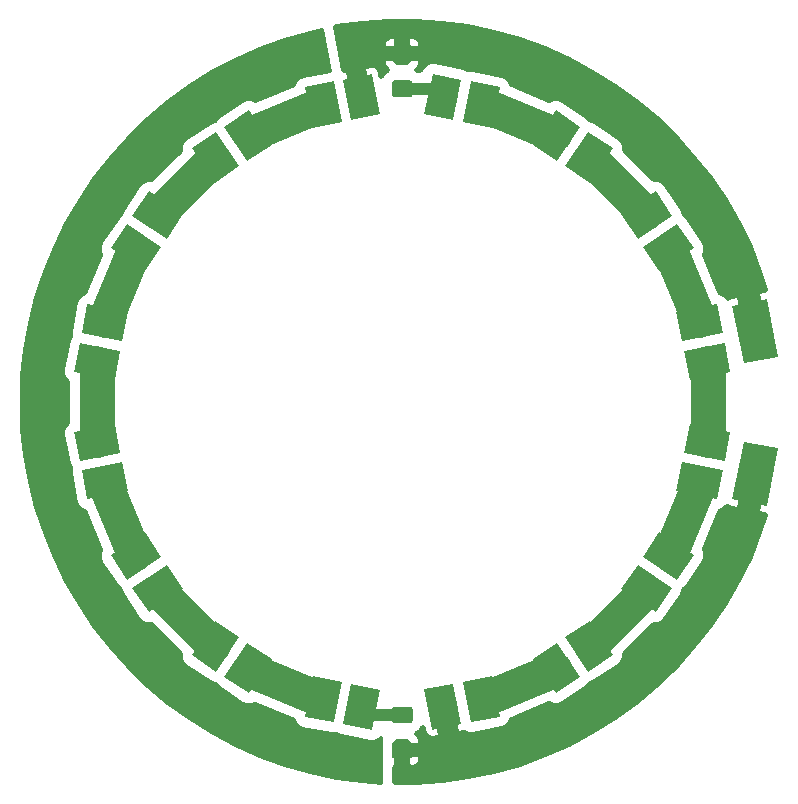
<source format=gbr>
G04 #@! TF.GenerationSoftware,KiCad,Pcbnew,(5.0.1)-4*
G04 #@! TF.CreationDate,2021-02-28T01:00:44+01:00*
G04 #@! TF.ProjectId,ringlight66,72696E676C6967687436362E6B696361,rev?*
G04 #@! TF.SameCoordinates,Original*
G04 #@! TF.FileFunction,Copper,L1,Top,Signal*
G04 #@! TF.FilePolarity,Positive*
%FSLAX46Y46*%
G04 Gerber Fmt 4.6, Leading zero omitted, Abs format (unit mm)*
G04 Created by KiCad (PCBNEW (5.0.1)-4) date 28.02.2021 01:00:44*
%MOMM*%
%LPD*%
G01*
G04 APERTURE LIST*
G04 #@! TA.AperFunction,SMDPad,CuDef*
%ADD10C,2.500000*%
G04 #@! TD*
G04 #@! TA.AperFunction,Conductor*
%ADD11C,0.100000*%
G04 #@! TD*
G04 #@! TA.AperFunction,SMDPad,CuDef*
%ADD12C,1.425000*%
G04 #@! TD*
G04 #@! TA.AperFunction,SMDPad,CuDef*
%ADD13C,3.000000*%
G04 #@! TD*
G04 #@! TA.AperFunction,Conductor*
%ADD14C,1.000000*%
G04 #@! TD*
G04 #@! TA.AperFunction,Conductor*
%ADD15C,3.000000*%
G04 #@! TD*
G04 #@! TA.AperFunction,Conductor*
%ADD16C,0.500000*%
G04 #@! TD*
G04 #@! TA.AperFunction,NonConductor*
%ADD17C,0.254000*%
G04 #@! TD*
G04 APERTURE END LIST*
D10*
G04 #@! TO.P,D16,2*
G04 #@! TO.N,Net-(D14-Pad1)*
X106688014Y-74823311D03*
D11*
G04 #@! TD*
G04 #@! TO.N,Net-(D14-Pad1)*
G04 #@! TO.C,D16*
G36*
X105119340Y-76294454D02*
X105805151Y-72862303D01*
X108256688Y-73352168D01*
X107570877Y-76784319D01*
X105119340Y-76294454D01*
X105119340Y-76294454D01*
G37*
D10*
G04 #@! TO.P,D16,1*
G04 #@! TO.N,Net-(D16-Pad1)*
X103451986Y-74176689D03*
D11*
G04 #@! TD*
G04 #@! TO.N,Net-(D16-Pad1)*
G04 #@! TO.C,D16*
G36*
X101883312Y-75647832D02*
X102569123Y-72215681D01*
X105020660Y-72705546D01*
X104334849Y-76137697D01*
X101883312Y-75647832D01*
X101883312Y-75647832D01*
G37*
D10*
G04 #@! TO.P,D1,2*
G04 #@! TO.N,Net-(D1-Pad2)*
X96548014Y-125823311D03*
D11*
G04 #@! TD*
G04 #@! TO.N,Net-(D1-Pad2)*
G04 #@! TO.C,D1*
G36*
X94979340Y-127294454D02*
X95665151Y-123862303D01*
X98116688Y-124352168D01*
X97430877Y-127784319D01*
X94979340Y-127294454D01*
X94979340Y-127294454D01*
G37*
D10*
G04 #@! TO.P,D1,1*
G04 #@! TO.N,Net-(D1-Pad1)*
X93311986Y-125176689D03*
D11*
G04 #@! TD*
G04 #@! TO.N,Net-(D1-Pad1)*
G04 #@! TO.C,D1*
G36*
X91743312Y-126647832D02*
X92429123Y-123215681D01*
X94880660Y-123705546D01*
X94194849Y-127137697D01*
X91743312Y-126647832D01*
X91743312Y-126647832D01*
G37*
D10*
G04 #@! TO.P,D2,2*
G04 #@! TO.N,Net-(D2-Pad2)*
X103451424Y-125820487D03*
D11*
G04 #@! TD*
G04 #@! TO.N,Net-(D2-Pad2)*
G04 #@! TO.C,D2*
G36*
X104337708Y-123861023D02*
X105017528Y-127294366D01*
X102565140Y-127779951D01*
X101885320Y-124346608D01*
X104337708Y-123861023D01*
X104337708Y-123861023D01*
G37*
D10*
G04 #@! TO.P,D2,1*
G04 #@! TO.N,Net-(D2-Pad1)*
X106688576Y-125179513D03*
D11*
G04 #@! TD*
G04 #@! TO.N,Net-(D2-Pad1)*
G04 #@! TO.C,D2*
G36*
X107574860Y-123220049D02*
X108254680Y-126653392D01*
X105802292Y-127138977D01*
X105122472Y-123705634D01*
X107574860Y-123220049D01*
X107574860Y-123220049D01*
G37*
D10*
G04 #@! TO.P,D3,2*
G04 #@! TO.N,Net-(D1-Pad1)*
X86931124Y-122537888D03*
D11*
G04 #@! TD*
G04 #@! TO.N,Net-(D1-Pad1)*
G04 #@! TO.C,D3*
G36*
X84918876Y-123296741D02*
X86865911Y-120388296D01*
X88943372Y-121779035D01*
X86996337Y-124687480D01*
X84918876Y-123296741D01*
X84918876Y-123296741D01*
G37*
D10*
G04 #@! TO.P,D3,1*
G04 #@! TO.N,Net-(D3-Pad1)*
X84188876Y-120702112D03*
D11*
G04 #@! TD*
G04 #@! TO.N,Net-(D3-Pad1)*
G04 #@! TO.C,D3*
G36*
X82176628Y-121460965D02*
X84123663Y-118552520D01*
X86201124Y-119943259D01*
X84254089Y-122851704D01*
X82176628Y-121460965D01*
X82176628Y-121460965D01*
G37*
D10*
G04 #@! TO.P,D4,2*
G04 #@! TO.N,Net-(D2-Pad1)*
X113067276Y-122535493D03*
D11*
G04 #@! TD*
G04 #@! TO.N,Net-(D2-Pad1)*
G04 #@! TO.C,D4*
G36*
X113136241Y-120386018D02*
X115078196Y-123297857D01*
X112998311Y-124684968D01*
X111056356Y-121773129D01*
X113136241Y-120386018D01*
X113136241Y-120386018D01*
G37*
D10*
G04 #@! TO.P,D4,1*
G04 #@! TO.N,Net-(D4-Pad1)*
X115812724Y-120704507D03*
D11*
G04 #@! TD*
G04 #@! TO.N,Net-(D4-Pad1)*
G04 #@! TO.C,D4*
G36*
X115881689Y-118555032D02*
X117823644Y-121466871D01*
X115743759Y-122853982D01*
X113801804Y-119942143D01*
X115881689Y-118555032D01*
X115881689Y-118555032D01*
G37*
D10*
G04 #@! TO.P,D5,2*
G04 #@! TO.N,Net-(D3-Pad1)*
X79295493Y-115812724D03*
D11*
G04 #@! TD*
G04 #@! TO.N,Net-(D3-Pad1)*
G04 #@! TO.C,D5*
G36*
X77146018Y-115743759D02*
X80057857Y-113801804D01*
X81444968Y-115881689D01*
X78533129Y-117823644D01*
X77146018Y-115743759D01*
X77146018Y-115743759D01*
G37*
D10*
G04 #@! TO.P,D5,1*
G04 #@! TO.N,Net-(D5-Pad1)*
X77464507Y-113067276D03*
D11*
G04 #@! TD*
G04 #@! TO.N,Net-(D5-Pad1)*
G04 #@! TO.C,D5*
G36*
X75315032Y-112998311D02*
X78226871Y-111056356D01*
X79613982Y-113136241D01*
X76702143Y-115078196D01*
X75315032Y-112998311D01*
X75315032Y-112998311D01*
G37*
D10*
G04 #@! TO.P,D6,2*
G04 #@! TO.N,Net-(D4-Pad1)*
X120702112Y-115811124D03*
D11*
G04 #@! TD*
G04 #@! TO.N,Net-(D4-Pad1)*
G04 #@! TO.C,D6*
G36*
X119943259Y-113798876D02*
X122851704Y-115745911D01*
X121460965Y-117823372D01*
X118552520Y-115876337D01*
X119943259Y-113798876D01*
X119943259Y-113798876D01*
G37*
D10*
G04 #@! TO.P,D6,1*
G04 #@! TO.N,Net-(D6-Pad1)*
X122537888Y-113068876D03*
D11*
G04 #@! TD*
G04 #@! TO.N,Net-(D6-Pad1)*
G04 #@! TO.C,D6*
G36*
X121779035Y-111056628D02*
X124687480Y-113003663D01*
X123296741Y-115081124D01*
X120388296Y-113134089D01*
X121779035Y-111056628D01*
X121779035Y-111056628D01*
G37*
D10*
G04 #@! TO.P,D7,2*
G04 #@! TO.N,Net-(D5-Pad1)*
X74820487Y-106688576D03*
D11*
G04 #@! TD*
G04 #@! TO.N,Net-(D5-Pad1)*
G04 #@! TO.C,D7*
G36*
X72861023Y-105802292D02*
X76294366Y-105122472D01*
X76779951Y-107574860D01*
X73346608Y-108254680D01*
X72861023Y-105802292D01*
X72861023Y-105802292D01*
G37*
D10*
G04 #@! TO.P,D7,1*
G04 #@! TO.N,Net-(D7-Pad1)*
X74179513Y-103451424D03*
D11*
G04 #@! TD*
G04 #@! TO.N,Net-(D7-Pad1)*
G04 #@! TO.C,D7*
G36*
X72220049Y-102565140D02*
X75653392Y-101885320D01*
X76138977Y-104337708D01*
X72705634Y-105017528D01*
X72220049Y-102565140D01*
X72220049Y-102565140D01*
G37*
D10*
G04 #@! TO.P,D8,2*
G04 #@! TO.N,Net-(D6-Pad1)*
X125176689Y-106688014D03*
D11*
G04 #@! TD*
G04 #@! TO.N,Net-(D6-Pad1)*
G04 #@! TO.C,D8*
G36*
X123705546Y-105119340D02*
X127137697Y-105805151D01*
X126647832Y-108256688D01*
X123215681Y-107570877D01*
X123705546Y-105119340D01*
X123705546Y-105119340D01*
G37*
D10*
G04 #@! TO.P,D8,1*
G04 #@! TO.N,Net-(D10-Pad2)*
X125823311Y-103451986D03*
D11*
G04 #@! TD*
G04 #@! TO.N,Net-(D10-Pad2)*
G04 #@! TO.C,D8*
G36*
X124352168Y-101883312D02*
X127784319Y-102569123D01*
X127294454Y-105020660D01*
X123862303Y-104334849D01*
X124352168Y-101883312D01*
X124352168Y-101883312D01*
G37*
D10*
G04 #@! TO.P,D9,2*
G04 #@! TO.N,Net-(D7-Pad1)*
X74176689Y-96548014D03*
D11*
G04 #@! TD*
G04 #@! TO.N,Net-(D7-Pad1)*
G04 #@! TO.C,D9*
G36*
X72705546Y-94979340D02*
X76137697Y-95665151D01*
X75647832Y-98116688D01*
X72215681Y-97430877D01*
X72705546Y-94979340D01*
X72705546Y-94979340D01*
G37*
D10*
G04 #@! TO.P,D9,1*
G04 #@! TO.N,Net-(D11-Pad2)*
X74823311Y-93311986D03*
D11*
G04 #@! TD*
G04 #@! TO.N,Net-(D11-Pad2)*
G04 #@! TO.C,D9*
G36*
X73352168Y-91743312D02*
X76784319Y-92429123D01*
X76294454Y-94880660D01*
X72862303Y-94194849D01*
X73352168Y-91743312D01*
X73352168Y-91743312D01*
G37*
D10*
G04 #@! TO.P,D10,2*
G04 #@! TO.N,Net-(D10-Pad2)*
X125820487Y-96548576D03*
D11*
G04 #@! TD*
G04 #@! TO.N,Net-(D10-Pad2)*
G04 #@! TO.C,D10*
G36*
X123861023Y-95662292D02*
X127294366Y-94982472D01*
X127779951Y-97434860D01*
X124346608Y-98114680D01*
X123861023Y-95662292D01*
X123861023Y-95662292D01*
G37*
D10*
G04 #@! TO.P,D10,1*
G04 #@! TO.N,Net-(D10-Pad1)*
X125179513Y-93311424D03*
D11*
G04 #@! TD*
G04 #@! TO.N,Net-(D10-Pad1)*
G04 #@! TO.C,D10*
G36*
X123220049Y-92425140D02*
X126653392Y-91745320D01*
X127138977Y-94197708D01*
X123705634Y-94877528D01*
X123220049Y-92425140D01*
X123220049Y-92425140D01*
G37*
D10*
G04 #@! TO.P,D11,2*
G04 #@! TO.N,Net-(D11-Pad2)*
X77462112Y-86931124D03*
D11*
G04 #@! TD*
G04 #@! TO.N,Net-(D11-Pad2)*
G04 #@! TO.C,D11*
G36*
X76703259Y-84918876D02*
X79611704Y-86865911D01*
X78220965Y-88943372D01*
X75312520Y-86996337D01*
X76703259Y-84918876D01*
X76703259Y-84918876D01*
G37*
D10*
G04 #@! TO.P,D11,1*
G04 #@! TO.N,Net-(D11-Pad1)*
X79297888Y-84188876D03*
D11*
G04 #@! TD*
G04 #@! TO.N,Net-(D11-Pad1)*
G04 #@! TO.C,D11*
G36*
X78539035Y-82176628D02*
X81447480Y-84123663D01*
X80056741Y-86201124D01*
X77148296Y-84254089D01*
X78539035Y-82176628D01*
X78539035Y-82176628D01*
G37*
D10*
G04 #@! TO.P,D12,2*
G04 #@! TO.N,Net-(D10-Pad1)*
X122535493Y-86932724D03*
D11*
G04 #@! TD*
G04 #@! TO.N,Net-(D10-Pad1)*
G04 #@! TO.C,D12*
G36*
X120386018Y-86863759D02*
X123297857Y-84921804D01*
X124684968Y-87001689D01*
X121773129Y-88943644D01*
X120386018Y-86863759D01*
X120386018Y-86863759D01*
G37*
D10*
G04 #@! TO.P,D12,1*
G04 #@! TO.N,Net-(D12-Pad1)*
X120704507Y-84187276D03*
D11*
G04 #@! TD*
G04 #@! TO.N,Net-(D12-Pad1)*
G04 #@! TO.C,D12*
G36*
X118555032Y-84118311D02*
X121466871Y-82176356D01*
X122853982Y-84256241D01*
X119942143Y-86198196D01*
X118555032Y-84118311D01*
X118555032Y-84118311D01*
G37*
D10*
G04 #@! TO.P,D13,2*
G04 #@! TO.N,Net-(D11-Pad1)*
X84187276Y-79295493D03*
D11*
G04 #@! TD*
G04 #@! TO.N,Net-(D11-Pad1)*
G04 #@! TO.C,D13*
G36*
X84256241Y-77146018D02*
X86198196Y-80057857D01*
X84118311Y-81444968D01*
X82176356Y-78533129D01*
X84256241Y-77146018D01*
X84256241Y-77146018D01*
G37*
D10*
G04 #@! TO.P,D13,1*
G04 #@! TO.N,Net-(D13-Pad1)*
X86932724Y-77464507D03*
D11*
G04 #@! TD*
G04 #@! TO.N,Net-(D13-Pad1)*
G04 #@! TO.C,D13*
G36*
X87001689Y-75315032D02*
X88943644Y-78226871D01*
X86863759Y-79613982D01*
X84921804Y-76702143D01*
X87001689Y-75315032D01*
X87001689Y-75315032D01*
G37*
D10*
G04 #@! TO.P,D14,2*
G04 #@! TO.N,Net-(D12-Pad1)*
X115811124Y-79297888D03*
D11*
G04 #@! TD*
G04 #@! TO.N,Net-(D12-Pad1)*
G04 #@! TO.C,D14*
G36*
X113798876Y-80056741D02*
X115745911Y-77148296D01*
X117823372Y-78539035D01*
X115876337Y-81447480D01*
X113798876Y-80056741D01*
X113798876Y-80056741D01*
G37*
D10*
G04 #@! TO.P,D14,1*
G04 #@! TO.N,Net-(D14-Pad1)*
X113068876Y-77462112D03*
D11*
G04 #@! TD*
G04 #@! TO.N,Net-(D14-Pad1)*
G04 #@! TO.C,D14*
G36*
X111056628Y-78220965D02*
X113003663Y-75312520D01*
X115081124Y-76703259D01*
X113134089Y-79611704D01*
X111056628Y-78220965D01*
X111056628Y-78220965D01*
G37*
D10*
G04 #@! TO.P,D15,2*
G04 #@! TO.N,Net-(D13-Pad1)*
X93311424Y-74820487D03*
D11*
G04 #@! TD*
G04 #@! TO.N,Net-(D13-Pad1)*
G04 #@! TO.C,D15*
G36*
X94197708Y-72861023D02*
X94877528Y-76294366D01*
X92425140Y-76779951D01*
X91745320Y-73346608D01*
X94197708Y-72861023D01*
X94197708Y-72861023D01*
G37*
D10*
G04 #@! TO.P,D15,1*
G04 #@! TO.N,Net-(D15-Pad1)*
X96548576Y-74179513D03*
D11*
G04 #@! TD*
G04 #@! TO.N,Net-(D15-Pad1)*
G04 #@! TO.C,D15*
G36*
X97434860Y-72220049D02*
X98114680Y-75653392D01*
X95662292Y-76138977D01*
X94982472Y-72705634D01*
X97434860Y-72220049D01*
X97434860Y-72220049D01*
G37*
G04 #@! TO.N,Net-(D16-Pad1)*
G04 #@! TO.C,R2*
G36*
X100649504Y-72776204D02*
X100673773Y-72779804D01*
X100697571Y-72785765D01*
X100720671Y-72794030D01*
X100742849Y-72804520D01*
X100763893Y-72817133D01*
X100783598Y-72831747D01*
X100801777Y-72848223D01*
X100818253Y-72866402D01*
X100832867Y-72886107D01*
X100845480Y-72907151D01*
X100855970Y-72929329D01*
X100864235Y-72952429D01*
X100870196Y-72976227D01*
X100873796Y-73000496D01*
X100875000Y-73025000D01*
X100875000Y-73950000D01*
X100873796Y-73974504D01*
X100870196Y-73998773D01*
X100864235Y-74022571D01*
X100855970Y-74045671D01*
X100845480Y-74067849D01*
X100832867Y-74088893D01*
X100818253Y-74108598D01*
X100801777Y-74126777D01*
X100783598Y-74143253D01*
X100763893Y-74157867D01*
X100742849Y-74170480D01*
X100720671Y-74180970D01*
X100697571Y-74189235D01*
X100673773Y-74195196D01*
X100649504Y-74198796D01*
X100625000Y-74200000D01*
X99375000Y-74200000D01*
X99350496Y-74198796D01*
X99326227Y-74195196D01*
X99302429Y-74189235D01*
X99279329Y-74180970D01*
X99257151Y-74170480D01*
X99236107Y-74157867D01*
X99216402Y-74143253D01*
X99198223Y-74126777D01*
X99181747Y-74108598D01*
X99167133Y-74088893D01*
X99154520Y-74067849D01*
X99144030Y-74045671D01*
X99135765Y-74022571D01*
X99129804Y-73998773D01*
X99126204Y-73974504D01*
X99125000Y-73950000D01*
X99125000Y-73025000D01*
X99126204Y-73000496D01*
X99129804Y-72976227D01*
X99135765Y-72952429D01*
X99144030Y-72929329D01*
X99154520Y-72907151D01*
X99167133Y-72886107D01*
X99181747Y-72866402D01*
X99198223Y-72848223D01*
X99216402Y-72831747D01*
X99236107Y-72817133D01*
X99257151Y-72804520D01*
X99279329Y-72794030D01*
X99302429Y-72785765D01*
X99326227Y-72779804D01*
X99350496Y-72776204D01*
X99375000Y-72775000D01*
X100625000Y-72775000D01*
X100649504Y-72776204D01*
X100649504Y-72776204D01*
G37*
D12*
G04 #@! TD*
G04 #@! TO.P,R2,1*
G04 #@! TO.N,Net-(D16-Pad1)*
X100000000Y-73487500D03*
D11*
G04 #@! TO.N,Net-(D15-Pad1)*
G04 #@! TO.C,R2*
G36*
X100649504Y-69801204D02*
X100673773Y-69804804D01*
X100697571Y-69810765D01*
X100720671Y-69819030D01*
X100742849Y-69829520D01*
X100763893Y-69842133D01*
X100783598Y-69856747D01*
X100801777Y-69873223D01*
X100818253Y-69891402D01*
X100832867Y-69911107D01*
X100845480Y-69932151D01*
X100855970Y-69954329D01*
X100864235Y-69977429D01*
X100870196Y-70001227D01*
X100873796Y-70025496D01*
X100875000Y-70050000D01*
X100875000Y-70975000D01*
X100873796Y-70999504D01*
X100870196Y-71023773D01*
X100864235Y-71047571D01*
X100855970Y-71070671D01*
X100845480Y-71092849D01*
X100832867Y-71113893D01*
X100818253Y-71133598D01*
X100801777Y-71151777D01*
X100783598Y-71168253D01*
X100763893Y-71182867D01*
X100742849Y-71195480D01*
X100720671Y-71205970D01*
X100697571Y-71214235D01*
X100673773Y-71220196D01*
X100649504Y-71223796D01*
X100625000Y-71225000D01*
X99375000Y-71225000D01*
X99350496Y-71223796D01*
X99326227Y-71220196D01*
X99302429Y-71214235D01*
X99279329Y-71205970D01*
X99257151Y-71195480D01*
X99236107Y-71182867D01*
X99216402Y-71168253D01*
X99198223Y-71151777D01*
X99181747Y-71133598D01*
X99167133Y-71113893D01*
X99154520Y-71092849D01*
X99144030Y-71070671D01*
X99135765Y-71047571D01*
X99129804Y-71023773D01*
X99126204Y-70999504D01*
X99125000Y-70975000D01*
X99125000Y-70050000D01*
X99126204Y-70025496D01*
X99129804Y-70001227D01*
X99135765Y-69977429D01*
X99144030Y-69954329D01*
X99154520Y-69932151D01*
X99167133Y-69911107D01*
X99181747Y-69891402D01*
X99198223Y-69873223D01*
X99216402Y-69856747D01*
X99236107Y-69842133D01*
X99257151Y-69829520D01*
X99279329Y-69819030D01*
X99302429Y-69810765D01*
X99326227Y-69804804D01*
X99350496Y-69801204D01*
X99375000Y-69800000D01*
X100625000Y-69800000D01*
X100649504Y-69801204D01*
X100649504Y-69801204D01*
G37*
D12*
G04 #@! TD*
G04 #@! TO.P,R2,2*
G04 #@! TO.N,Net-(D15-Pad1)*
X100000000Y-70512500D03*
D11*
G04 #@! TO.N,Net-(D1-Pad2)*
G04 #@! TO.C,R1*
G36*
X100649504Y-125801204D02*
X100673773Y-125804804D01*
X100697571Y-125810765D01*
X100720671Y-125819030D01*
X100742849Y-125829520D01*
X100763893Y-125842133D01*
X100783598Y-125856747D01*
X100801777Y-125873223D01*
X100818253Y-125891402D01*
X100832867Y-125911107D01*
X100845480Y-125932151D01*
X100855970Y-125954329D01*
X100864235Y-125977429D01*
X100870196Y-126001227D01*
X100873796Y-126025496D01*
X100875000Y-126050000D01*
X100875000Y-126975000D01*
X100873796Y-126999504D01*
X100870196Y-127023773D01*
X100864235Y-127047571D01*
X100855970Y-127070671D01*
X100845480Y-127092849D01*
X100832867Y-127113893D01*
X100818253Y-127133598D01*
X100801777Y-127151777D01*
X100783598Y-127168253D01*
X100763893Y-127182867D01*
X100742849Y-127195480D01*
X100720671Y-127205970D01*
X100697571Y-127214235D01*
X100673773Y-127220196D01*
X100649504Y-127223796D01*
X100625000Y-127225000D01*
X99375000Y-127225000D01*
X99350496Y-127223796D01*
X99326227Y-127220196D01*
X99302429Y-127214235D01*
X99279329Y-127205970D01*
X99257151Y-127195480D01*
X99236107Y-127182867D01*
X99216402Y-127168253D01*
X99198223Y-127151777D01*
X99181747Y-127133598D01*
X99167133Y-127113893D01*
X99154520Y-127092849D01*
X99144030Y-127070671D01*
X99135765Y-127047571D01*
X99129804Y-127023773D01*
X99126204Y-126999504D01*
X99125000Y-126975000D01*
X99125000Y-126050000D01*
X99126204Y-126025496D01*
X99129804Y-126001227D01*
X99135765Y-125977429D01*
X99144030Y-125954329D01*
X99154520Y-125932151D01*
X99167133Y-125911107D01*
X99181747Y-125891402D01*
X99198223Y-125873223D01*
X99216402Y-125856747D01*
X99236107Y-125842133D01*
X99257151Y-125829520D01*
X99279329Y-125819030D01*
X99302429Y-125810765D01*
X99326227Y-125804804D01*
X99350496Y-125801204D01*
X99375000Y-125800000D01*
X100625000Y-125800000D01*
X100649504Y-125801204D01*
X100649504Y-125801204D01*
G37*
D12*
G04 #@! TD*
G04 #@! TO.P,R1,2*
G04 #@! TO.N,Net-(D1-Pad2)*
X100000000Y-126512500D03*
D11*
G04 #@! TO.N,Net-(D2-Pad2)*
G04 #@! TO.C,R1*
G36*
X100649504Y-128776204D02*
X100673773Y-128779804D01*
X100697571Y-128785765D01*
X100720671Y-128794030D01*
X100742849Y-128804520D01*
X100763893Y-128817133D01*
X100783598Y-128831747D01*
X100801777Y-128848223D01*
X100818253Y-128866402D01*
X100832867Y-128886107D01*
X100845480Y-128907151D01*
X100855970Y-128929329D01*
X100864235Y-128952429D01*
X100870196Y-128976227D01*
X100873796Y-129000496D01*
X100875000Y-129025000D01*
X100875000Y-129950000D01*
X100873796Y-129974504D01*
X100870196Y-129998773D01*
X100864235Y-130022571D01*
X100855970Y-130045671D01*
X100845480Y-130067849D01*
X100832867Y-130088893D01*
X100818253Y-130108598D01*
X100801777Y-130126777D01*
X100783598Y-130143253D01*
X100763893Y-130157867D01*
X100742849Y-130170480D01*
X100720671Y-130180970D01*
X100697571Y-130189235D01*
X100673773Y-130195196D01*
X100649504Y-130198796D01*
X100625000Y-130200000D01*
X99375000Y-130200000D01*
X99350496Y-130198796D01*
X99326227Y-130195196D01*
X99302429Y-130189235D01*
X99279329Y-130180970D01*
X99257151Y-130170480D01*
X99236107Y-130157867D01*
X99216402Y-130143253D01*
X99198223Y-130126777D01*
X99181747Y-130108598D01*
X99167133Y-130088893D01*
X99154520Y-130067849D01*
X99144030Y-130045671D01*
X99135765Y-130022571D01*
X99129804Y-129998773D01*
X99126204Y-129974504D01*
X99125000Y-129950000D01*
X99125000Y-129025000D01*
X99126204Y-129000496D01*
X99129804Y-128976227D01*
X99135765Y-128952429D01*
X99144030Y-128929329D01*
X99154520Y-128907151D01*
X99167133Y-128886107D01*
X99181747Y-128866402D01*
X99198223Y-128848223D01*
X99216402Y-128831747D01*
X99236107Y-128817133D01*
X99257151Y-128804520D01*
X99279329Y-128794030D01*
X99302429Y-128785765D01*
X99326227Y-128779804D01*
X99350496Y-128776204D01*
X99375000Y-128775000D01*
X100625000Y-128775000D01*
X100649504Y-128776204D01*
X100649504Y-128776204D01*
G37*
D12*
G04 #@! TD*
G04 #@! TO.P,R1,1*
G04 #@! TO.N,Net-(D2-Pad2)*
X100000000Y-129487500D03*
D13*
G04 #@! TO.P,J2,1*
G04 #@! TO.N,Net-(D15-Pad1)*
X129900000Y-94000000D03*
D11*
G04 #@! TD*
G04 #@! TO.N,Net-(D15-Pad1)*
G04 #@! TO.C,J2*
G36*
X128914153Y-96743739D02*
X127942981Y-91838964D01*
X130885847Y-91256261D01*
X131857019Y-96161036D01*
X128914153Y-96743739D01*
X128914153Y-96743739D01*
G37*
D13*
G04 #@! TO.P,J1,1*
G04 #@! TO.N,Net-(D2-Pad2)*
X129900000Y-106100000D03*
D11*
G04 #@! TD*
G04 #@! TO.N,Net-(D2-Pad2)*
G04 #@! TO.C,J1*
G36*
X127942981Y-108261036D02*
X128914153Y-103356261D01*
X131857019Y-103938964D01*
X130885847Y-108843739D01*
X127942981Y-108261036D01*
X127942981Y-108261036D01*
G37*
D14*
G04 #@! TO.N,Net-(D1-Pad2)*
X97433370Y-126512500D02*
X96793168Y-125872298D01*
X100000000Y-126512500D02*
X97433370Y-126512500D01*
D15*
G04 #@! TO.N,Net-(D1-Pad1)*
X87138870Y-122676962D02*
X93066832Y-125127702D01*
G04 #@! TO.N,Net-(D2-Pad1)*
X106933815Y-125130955D02*
X112859287Y-122674204D01*
G04 #@! TO.N,Net-(D3-Pad1)*
X79434204Y-116020713D02*
X83981130Y-120563038D01*
G04 #@! TO.N,Net-(D4-Pad1)*
X116020713Y-120565796D02*
X120563038Y-116018870D01*
G04 #@! TO.N,Net-(D5-Pad1)*
X74869045Y-106933815D02*
X77325796Y-112859287D01*
G04 #@! TO.N,Net-(D6-Pad1)*
X122676962Y-112861130D02*
X125127702Y-106933168D01*
G04 #@! TO.N,Net-(D7-Pad1)*
X74127702Y-96793168D02*
X74130955Y-103206185D01*
G04 #@! TO.N,Net-(D10-Pad2)*
X125872298Y-103206832D02*
X125869045Y-96793815D01*
G04 #@! TO.N,Net-(D11-Pad2)*
X77323038Y-87138870D02*
X74872298Y-93066832D01*
G04 #@! TO.N,Net-(D10-Pad1)*
X122674204Y-87140713D02*
X125130955Y-93066185D01*
G04 #@! TO.N,Net-(D11-Pad1)*
X83979287Y-79434204D02*
X79436962Y-83981130D01*
G04 #@! TO.N,Net-(D12-Pad1)*
X116018870Y-79436962D02*
X120565796Y-83979287D01*
G04 #@! TO.N,Net-(D13-Pad1)*
X93066185Y-74869045D02*
X87140713Y-77325796D01*
G04 #@! TO.N,Net-(D14-Pad1)*
X106933168Y-74872298D02*
X112861130Y-77323038D01*
D14*
G04 #@! TO.N,Net-(D16-Pad1)*
X102566630Y-73487500D02*
X103206832Y-74127702D01*
X100000000Y-73487500D02*
X102566630Y-73487500D01*
G04 #@! TD*
D16*
G04 #@! TO.N,Net-(D2-Pad2)*
G36*
X130785277Y-105490341D02*
X130781392Y-105509959D01*
X130801012Y-105513844D01*
X130509659Y-106985277D01*
X130490041Y-106981392D01*
X130039708Y-109255737D01*
X130188792Y-109478435D01*
X130714501Y-109582528D01*
X130250585Y-111010312D01*
X129408855Y-113093666D01*
X128423849Y-115113229D01*
X127300364Y-117059161D01*
X126043875Y-118921983D01*
X124660503Y-120692619D01*
X123156987Y-122362442D01*
X121540652Y-123923318D01*
X119819374Y-125367642D01*
X118001538Y-126688378D01*
X116096000Y-127879090D01*
X114112044Y-128933978D01*
X112059335Y-129847903D01*
X109947875Y-130616411D01*
X107787950Y-131235760D01*
X105590082Y-131702931D01*
X103364980Y-132015649D01*
X101123485Y-132172390D01*
X99350000Y-132172390D01*
X99350000Y-130958000D01*
X99373000Y-130958000D01*
X99562500Y-130768500D01*
X99562500Y-129843750D01*
X100437500Y-129843750D01*
X100437500Y-130768500D01*
X100627000Y-130958000D01*
X101025775Y-130958000D01*
X101304372Y-130842602D01*
X101517601Y-130629373D01*
X101633000Y-130350776D01*
X101633000Y-130033250D01*
X101443500Y-129843750D01*
X100437500Y-129843750D01*
X99562500Y-129843750D01*
X99350000Y-129843750D01*
X99350000Y-129131250D01*
X99562500Y-129131250D01*
X99562500Y-128775000D01*
X100437500Y-128775000D01*
X100437500Y-129131250D01*
X101443500Y-129131250D01*
X101633000Y-128941750D01*
X101633000Y-128624224D01*
X101517601Y-128345627D01*
X101304372Y-128132398D01*
X101254832Y-128111878D01*
X101558784Y-127908784D01*
X101758693Y-127609599D01*
X101792290Y-127779277D01*
X101850862Y-128075085D01*
X102018175Y-128325962D01*
X102268760Y-128493713D01*
X102564465Y-128552801D01*
X103139576Y-128438926D01*
X103288659Y-128216228D01*
X102984003Y-126677600D01*
X102841765Y-126705764D01*
X102550412Y-125234331D01*
X102692651Y-125206167D01*
X102688766Y-125186548D01*
X103914960Y-124943755D01*
X103918845Y-124963374D01*
X104061083Y-124935210D01*
X104352436Y-126406643D01*
X104210197Y-126434807D01*
X104514853Y-127973435D01*
X104737552Y-128122519D01*
X105208391Y-128029290D01*
X105592518Y-128188794D01*
X106010233Y-128189158D01*
X108462621Y-127703573D01*
X108848680Y-127544057D01*
X109144307Y-127248945D01*
X109281740Y-126917971D01*
X112462258Y-125599302D01*
X112788537Y-125734785D01*
X113206253Y-125735149D01*
X113592311Y-125575633D01*
X115672196Y-124188522D01*
X115960830Y-123900391D01*
X116337759Y-123744647D01*
X118417644Y-122357536D01*
X118713271Y-122062424D01*
X118873461Y-121676645D01*
X118873774Y-121317916D01*
X121315971Y-118873245D01*
X121668906Y-118873553D01*
X122054965Y-118714037D01*
X122350592Y-118418925D01*
X123741331Y-116341464D01*
X123897732Y-115964810D01*
X124186368Y-115676677D01*
X125577107Y-113599216D01*
X125737297Y-113213437D01*
X125737661Y-112795722D01*
X125600533Y-112463847D01*
X126915976Y-109281994D01*
X127241832Y-109147353D01*
X127507761Y-108881888D01*
X127647847Y-108975314D01*
X128345577Y-109113469D01*
X128568276Y-108964385D01*
X129018608Y-106690041D01*
X128998988Y-106686156D01*
X129290341Y-105214723D01*
X129309959Y-105218608D01*
X129313844Y-105198988D01*
X130785277Y-105490341D01*
X130785277Y-105490341D01*
G37*
X130785277Y-105490341D02*
X130781392Y-105509959D01*
X130801012Y-105513844D01*
X130509659Y-106985277D01*
X130490041Y-106981392D01*
X130039708Y-109255737D01*
X130188792Y-109478435D01*
X130714501Y-109582528D01*
X130250585Y-111010312D01*
X129408855Y-113093666D01*
X128423849Y-115113229D01*
X127300364Y-117059161D01*
X126043875Y-118921983D01*
X124660503Y-120692619D01*
X123156987Y-122362442D01*
X121540652Y-123923318D01*
X119819374Y-125367642D01*
X118001538Y-126688378D01*
X116096000Y-127879090D01*
X114112044Y-128933978D01*
X112059335Y-129847903D01*
X109947875Y-130616411D01*
X107787950Y-131235760D01*
X105590082Y-131702931D01*
X103364980Y-132015649D01*
X101123485Y-132172390D01*
X99350000Y-132172390D01*
X99350000Y-130958000D01*
X99373000Y-130958000D01*
X99562500Y-130768500D01*
X99562500Y-129843750D01*
X100437500Y-129843750D01*
X100437500Y-130768500D01*
X100627000Y-130958000D01*
X101025775Y-130958000D01*
X101304372Y-130842602D01*
X101517601Y-130629373D01*
X101633000Y-130350776D01*
X101633000Y-130033250D01*
X101443500Y-129843750D01*
X100437500Y-129843750D01*
X99562500Y-129843750D01*
X99350000Y-129843750D01*
X99350000Y-129131250D01*
X99562500Y-129131250D01*
X99562500Y-128775000D01*
X100437500Y-128775000D01*
X100437500Y-129131250D01*
X101443500Y-129131250D01*
X101633000Y-128941750D01*
X101633000Y-128624224D01*
X101517601Y-128345627D01*
X101304372Y-128132398D01*
X101254832Y-128111878D01*
X101558784Y-127908784D01*
X101758693Y-127609599D01*
X101792290Y-127779277D01*
X101850862Y-128075085D01*
X102018175Y-128325962D01*
X102268760Y-128493713D01*
X102564465Y-128552801D01*
X103139576Y-128438926D01*
X103288659Y-128216228D01*
X102984003Y-126677600D01*
X102841765Y-126705764D01*
X102550412Y-125234331D01*
X102692651Y-125206167D01*
X102688766Y-125186548D01*
X103914960Y-124943755D01*
X103918845Y-124963374D01*
X104061083Y-124935210D01*
X104352436Y-126406643D01*
X104210197Y-126434807D01*
X104514853Y-127973435D01*
X104737552Y-128122519D01*
X105208391Y-128029290D01*
X105592518Y-128188794D01*
X106010233Y-128189158D01*
X108462621Y-127703573D01*
X108848680Y-127544057D01*
X109144307Y-127248945D01*
X109281740Y-126917971D01*
X112462258Y-125599302D01*
X112788537Y-125734785D01*
X113206253Y-125735149D01*
X113592311Y-125575633D01*
X115672196Y-124188522D01*
X115960830Y-123900391D01*
X116337759Y-123744647D01*
X118417644Y-122357536D01*
X118713271Y-122062424D01*
X118873461Y-121676645D01*
X118873774Y-121317916D01*
X121315971Y-118873245D01*
X121668906Y-118873553D01*
X122054965Y-118714037D01*
X122350592Y-118418925D01*
X123741331Y-116341464D01*
X123897732Y-115964810D01*
X124186368Y-115676677D01*
X125577107Y-113599216D01*
X125737297Y-113213437D01*
X125737661Y-112795722D01*
X125600533Y-112463847D01*
X126915976Y-109281994D01*
X127241832Y-109147353D01*
X127507761Y-108881888D01*
X127647847Y-108975314D01*
X128345577Y-109113469D01*
X128568276Y-108964385D01*
X129018608Y-106690041D01*
X128998988Y-106686156D01*
X129290341Y-105214723D01*
X129309959Y-105218608D01*
X129313844Y-105198988D01*
X130785277Y-105490341D01*
G04 #@! TO.N,Net-(D15-Pad1)*
G36*
X103364980Y-67984351D02*
X105590082Y-68297069D01*
X107787950Y-68764240D01*
X109947875Y-69383589D01*
X112059335Y-70152097D01*
X114112044Y-71066022D01*
X116096000Y-72120910D01*
X118001538Y-73311622D01*
X119819374Y-74632358D01*
X121540652Y-76076682D01*
X123156987Y-77637558D01*
X124660503Y-79307381D01*
X126043875Y-81078017D01*
X127300364Y-82940839D01*
X128423849Y-84886771D01*
X129408855Y-86906334D01*
X130250585Y-88989688D01*
X130745029Y-90511427D01*
X130188792Y-90621565D01*
X130039708Y-90844263D01*
X130490041Y-93118608D01*
X130509659Y-93114723D01*
X130801012Y-94586156D01*
X130781392Y-94590041D01*
X130785277Y-94609659D01*
X129313844Y-94901012D01*
X129309959Y-94881392D01*
X129290341Y-94885277D01*
X128998988Y-93413844D01*
X129018608Y-93409959D01*
X128568276Y-91135615D01*
X128345577Y-90986531D01*
X127647847Y-91124686D01*
X127557852Y-91184706D01*
X127544057Y-91151320D01*
X127248945Y-90855693D01*
X126917971Y-90718260D01*
X125599301Y-87537743D01*
X125734785Y-87211463D01*
X125735149Y-86793747D01*
X125575633Y-86407689D01*
X124188522Y-84327804D01*
X123900391Y-84039170D01*
X123744647Y-83662241D01*
X122357536Y-81582356D01*
X122062424Y-81286729D01*
X121676645Y-81126539D01*
X121317917Y-81126226D01*
X118873245Y-78684030D01*
X118873553Y-78331094D01*
X118714037Y-77945035D01*
X118418925Y-77649408D01*
X116341464Y-76258669D01*
X115964810Y-76102268D01*
X115676677Y-75813632D01*
X113599216Y-74422893D01*
X113213437Y-74262703D01*
X112795722Y-74262339D01*
X112463847Y-74399467D01*
X109281994Y-73084024D01*
X109147353Y-72758168D01*
X108852241Y-72462541D01*
X108466462Y-72302351D01*
X106014925Y-71812486D01*
X105607090Y-71812131D01*
X105230434Y-71655729D01*
X102778897Y-71165864D01*
X102361181Y-71165500D01*
X101975123Y-71325016D01*
X101679496Y-71620128D01*
X101547711Y-71937500D01*
X101328732Y-71937500D01*
X101254832Y-71888122D01*
X101304372Y-71867602D01*
X101517601Y-71654373D01*
X101633000Y-71375776D01*
X101633000Y-71058250D01*
X101443500Y-70868750D01*
X100437500Y-70868750D01*
X100437500Y-71225000D01*
X99562500Y-71225000D01*
X99562500Y-70868750D01*
X98556500Y-70868750D01*
X98367000Y-71058250D01*
X98367000Y-71375776D01*
X98482399Y-71654373D01*
X98695628Y-71867602D01*
X98745168Y-71888122D01*
X98441216Y-72091216D01*
X98241307Y-72390401D01*
X98207710Y-72220723D01*
X98149138Y-71924915D01*
X97981825Y-71674038D01*
X97731240Y-71506287D01*
X97435535Y-71447199D01*
X96860424Y-71561074D01*
X96711341Y-71783772D01*
X97015997Y-73322400D01*
X97158235Y-73294236D01*
X97449588Y-74765669D01*
X97307349Y-74793833D01*
X97311234Y-74813452D01*
X96085040Y-75056245D01*
X96081155Y-75036626D01*
X95938917Y-75064790D01*
X95647564Y-73593357D01*
X95789803Y-73565193D01*
X95485147Y-72026565D01*
X95262448Y-71877481D01*
X95107820Y-71908098D01*
X94670619Y-69649224D01*
X98367000Y-69649224D01*
X98367000Y-69966750D01*
X98556500Y-70156250D01*
X99562500Y-70156250D01*
X99562500Y-69231500D01*
X100437500Y-69231500D01*
X100437500Y-70156250D01*
X101443500Y-70156250D01*
X101633000Y-69966750D01*
X101633000Y-69649224D01*
X101517601Y-69370627D01*
X101304372Y-69157398D01*
X101025775Y-69042000D01*
X100627000Y-69042000D01*
X100437500Y-69231500D01*
X99562500Y-69231500D01*
X99373000Y-69042000D01*
X98974225Y-69042000D01*
X98695628Y-69157398D01*
X98482399Y-69370627D01*
X98367000Y-69649224D01*
X94670619Y-69649224D01*
X94408951Y-68297275D01*
X94409918Y-68297069D01*
X96635020Y-67984351D01*
X98876515Y-67827610D01*
X101123485Y-67827610D01*
X103364980Y-67984351D01*
X103364980Y-67984351D01*
G37*
X103364980Y-67984351D02*
X105590082Y-68297069D01*
X107787950Y-68764240D01*
X109947875Y-69383589D01*
X112059335Y-70152097D01*
X114112044Y-71066022D01*
X116096000Y-72120910D01*
X118001538Y-73311622D01*
X119819374Y-74632358D01*
X121540652Y-76076682D01*
X123156987Y-77637558D01*
X124660503Y-79307381D01*
X126043875Y-81078017D01*
X127300364Y-82940839D01*
X128423849Y-84886771D01*
X129408855Y-86906334D01*
X130250585Y-88989688D01*
X130745029Y-90511427D01*
X130188792Y-90621565D01*
X130039708Y-90844263D01*
X130490041Y-93118608D01*
X130509659Y-93114723D01*
X130801012Y-94586156D01*
X130781392Y-94590041D01*
X130785277Y-94609659D01*
X129313844Y-94901012D01*
X129309959Y-94881392D01*
X129290341Y-94885277D01*
X128998988Y-93413844D01*
X129018608Y-93409959D01*
X128568276Y-91135615D01*
X128345577Y-90986531D01*
X127647847Y-91124686D01*
X127557852Y-91184706D01*
X127544057Y-91151320D01*
X127248945Y-90855693D01*
X126917971Y-90718260D01*
X125599301Y-87537743D01*
X125734785Y-87211463D01*
X125735149Y-86793747D01*
X125575633Y-86407689D01*
X124188522Y-84327804D01*
X123900391Y-84039170D01*
X123744647Y-83662241D01*
X122357536Y-81582356D01*
X122062424Y-81286729D01*
X121676645Y-81126539D01*
X121317917Y-81126226D01*
X118873245Y-78684030D01*
X118873553Y-78331094D01*
X118714037Y-77945035D01*
X118418925Y-77649408D01*
X116341464Y-76258669D01*
X115964810Y-76102268D01*
X115676677Y-75813632D01*
X113599216Y-74422893D01*
X113213437Y-74262703D01*
X112795722Y-74262339D01*
X112463847Y-74399467D01*
X109281994Y-73084024D01*
X109147353Y-72758168D01*
X108852241Y-72462541D01*
X108466462Y-72302351D01*
X106014925Y-71812486D01*
X105607090Y-71812131D01*
X105230434Y-71655729D01*
X102778897Y-71165864D01*
X102361181Y-71165500D01*
X101975123Y-71325016D01*
X101679496Y-71620128D01*
X101547711Y-71937500D01*
X101328732Y-71937500D01*
X101254832Y-71888122D01*
X101304372Y-71867602D01*
X101517601Y-71654373D01*
X101633000Y-71375776D01*
X101633000Y-71058250D01*
X101443500Y-70868750D01*
X100437500Y-70868750D01*
X100437500Y-71225000D01*
X99562500Y-71225000D01*
X99562500Y-70868750D01*
X98556500Y-70868750D01*
X98367000Y-71058250D01*
X98367000Y-71375776D01*
X98482399Y-71654373D01*
X98695628Y-71867602D01*
X98745168Y-71888122D01*
X98441216Y-72091216D01*
X98241307Y-72390401D01*
X98207710Y-72220723D01*
X98149138Y-71924915D01*
X97981825Y-71674038D01*
X97731240Y-71506287D01*
X97435535Y-71447199D01*
X96860424Y-71561074D01*
X96711341Y-71783772D01*
X97015997Y-73322400D01*
X97158235Y-73294236D01*
X97449588Y-74765669D01*
X97307349Y-74793833D01*
X97311234Y-74813452D01*
X96085040Y-75056245D01*
X96081155Y-75036626D01*
X95938917Y-75064790D01*
X95647564Y-73593357D01*
X95789803Y-73565193D01*
X95485147Y-72026565D01*
X95262448Y-71877481D01*
X95107820Y-71908098D01*
X94670619Y-69649224D01*
X98367000Y-69649224D01*
X98367000Y-69966750D01*
X98556500Y-70156250D01*
X99562500Y-70156250D01*
X99562500Y-69231500D01*
X100437500Y-69231500D01*
X100437500Y-70156250D01*
X101443500Y-70156250D01*
X101633000Y-69966750D01*
X101633000Y-69649224D01*
X101517601Y-69370627D01*
X101304372Y-69157398D01*
X101025775Y-69042000D01*
X100627000Y-69042000D01*
X100437500Y-69231500D01*
X99562500Y-69231500D01*
X99373000Y-69042000D01*
X98974225Y-69042000D01*
X98695628Y-69157398D01*
X98482399Y-69370627D01*
X98367000Y-69649224D01*
X94670619Y-69649224D01*
X94408951Y-68297275D01*
X94409918Y-68297069D01*
X96635020Y-67984351D01*
X98876515Y-67827610D01*
X101123485Y-67827610D01*
X103364980Y-67984351D01*
D17*
G36*
X93903252Y-71955816D02*
X91561738Y-72419447D01*
X91220903Y-72560277D01*
X90959906Y-72820819D01*
X90818481Y-73161407D01*
X90818470Y-73173634D01*
X87533472Y-74535623D01*
X87527478Y-74529618D01*
X87186890Y-74388193D01*
X86818106Y-74387871D01*
X86477272Y-74528701D01*
X84397387Y-75915812D01*
X84136390Y-76176354D01*
X84118724Y-76218897D01*
X84072658Y-76218857D01*
X83731824Y-76359687D01*
X81651939Y-77746798D01*
X81390942Y-78007340D01*
X81249517Y-78347928D01*
X81249195Y-78716712D01*
X81253964Y-78728253D01*
X78731830Y-81252942D01*
X78724236Y-81249789D01*
X78355452Y-81249467D01*
X78014618Y-81390297D01*
X77753621Y-81650839D01*
X76362882Y-83728300D01*
X76221457Y-84068888D01*
X76221417Y-84114953D01*
X76178842Y-84132545D01*
X75917845Y-84393087D01*
X74527106Y-86470548D01*
X74385681Y-86811136D01*
X74385359Y-87179920D01*
X74526189Y-87520754D01*
X74535198Y-87529779D01*
X73176543Y-90816158D01*
X73168585Y-90816151D01*
X72827751Y-90956981D01*
X72566754Y-91217523D01*
X72425329Y-91558112D01*
X71935464Y-94009649D01*
X71935142Y-94378432D01*
X71952733Y-94421006D01*
X71920132Y-94453551D01*
X71778707Y-94794140D01*
X71288842Y-97245677D01*
X71288520Y-97614460D01*
X71429350Y-97955294D01*
X71689892Y-98216291D01*
X71701427Y-98221081D01*
X71703230Y-101775670D01*
X71695632Y-101778809D01*
X71434635Y-102039351D01*
X71293210Y-102379939D01*
X71292888Y-102748722D01*
X71778473Y-105201110D01*
X71919303Y-105541945D01*
X71951849Y-105574548D01*
X71934184Y-105617091D01*
X71933862Y-105985874D01*
X72419447Y-108438262D01*
X72560277Y-108779097D01*
X72820819Y-109040094D01*
X73161407Y-109181519D01*
X73173634Y-109181530D01*
X74535622Y-112466528D01*
X74529618Y-112472522D01*
X74388193Y-112813110D01*
X74387871Y-113181894D01*
X74528701Y-113522728D01*
X75915812Y-115602613D01*
X76176354Y-115863610D01*
X76218897Y-115881276D01*
X76218857Y-115927342D01*
X76359687Y-116268176D01*
X77746798Y-118348061D01*
X78007340Y-118609058D01*
X78347928Y-118750483D01*
X78716712Y-118750805D01*
X78728253Y-118746036D01*
X81252942Y-121268171D01*
X81249789Y-121275764D01*
X81249467Y-121644548D01*
X81390297Y-121985382D01*
X81650839Y-122246379D01*
X83728300Y-123637118D01*
X84068888Y-123778543D01*
X84114953Y-123778583D01*
X84132545Y-123821158D01*
X84393087Y-124082155D01*
X86470548Y-125472894D01*
X86811136Y-125614319D01*
X87179920Y-125614641D01*
X87520754Y-125473811D01*
X87529780Y-125464801D01*
X90816158Y-126823457D01*
X90816151Y-126831415D01*
X90956981Y-127172249D01*
X91217523Y-127433246D01*
X91558112Y-127574671D01*
X94009649Y-128064536D01*
X94378432Y-128064858D01*
X94421006Y-128047267D01*
X94453551Y-128079868D01*
X94794140Y-128221293D01*
X97245677Y-128711158D01*
X97614460Y-128711480D01*
X97955294Y-128570650D01*
X98173000Y-128353324D01*
X98173000Y-132246420D01*
X96622163Y-132137975D01*
X94388559Y-131824063D01*
X92182294Y-131355106D01*
X90014116Y-130733391D01*
X87894588Y-129961946D01*
X85834036Y-129044530D01*
X83842500Y-127985611D01*
X81929681Y-126790349D01*
X80104899Y-125464568D01*
X78377044Y-124014725D01*
X76754534Y-122447885D01*
X75245274Y-120771682D01*
X73856616Y-118994280D01*
X72595326Y-117124341D01*
X71467549Y-115170974D01*
X70478779Y-113143695D01*
X69633833Y-111052381D01*
X68936828Y-108907221D01*
X68391160Y-106718666D01*
X67999487Y-104497379D01*
X67763718Y-102254180D01*
X67685000Y-100000000D01*
X67763718Y-97745820D01*
X67999487Y-95502621D01*
X68391160Y-93281334D01*
X68936828Y-91092779D01*
X69633833Y-88947619D01*
X70478779Y-86856305D01*
X71467549Y-84829026D01*
X72595326Y-82875659D01*
X73856616Y-81005720D01*
X75245274Y-79228318D01*
X76754534Y-77552115D01*
X78377044Y-75985275D01*
X80104899Y-74535432D01*
X81929681Y-73209651D01*
X83842500Y-72014389D01*
X85834036Y-70955470D01*
X87894588Y-70038054D01*
X90014116Y-69266609D01*
X92182294Y-68644894D01*
X93212615Y-68425892D01*
X93903252Y-71955816D01*
X93903252Y-71955816D01*
G37*
X93903252Y-71955816D02*
X91561738Y-72419447D01*
X91220903Y-72560277D01*
X90959906Y-72820819D01*
X90818481Y-73161407D01*
X90818470Y-73173634D01*
X87533472Y-74535623D01*
X87527478Y-74529618D01*
X87186890Y-74388193D01*
X86818106Y-74387871D01*
X86477272Y-74528701D01*
X84397387Y-75915812D01*
X84136390Y-76176354D01*
X84118724Y-76218897D01*
X84072658Y-76218857D01*
X83731824Y-76359687D01*
X81651939Y-77746798D01*
X81390942Y-78007340D01*
X81249517Y-78347928D01*
X81249195Y-78716712D01*
X81253964Y-78728253D01*
X78731830Y-81252942D01*
X78724236Y-81249789D01*
X78355452Y-81249467D01*
X78014618Y-81390297D01*
X77753621Y-81650839D01*
X76362882Y-83728300D01*
X76221457Y-84068888D01*
X76221417Y-84114953D01*
X76178842Y-84132545D01*
X75917845Y-84393087D01*
X74527106Y-86470548D01*
X74385681Y-86811136D01*
X74385359Y-87179920D01*
X74526189Y-87520754D01*
X74535198Y-87529779D01*
X73176543Y-90816158D01*
X73168585Y-90816151D01*
X72827751Y-90956981D01*
X72566754Y-91217523D01*
X72425329Y-91558112D01*
X71935464Y-94009649D01*
X71935142Y-94378432D01*
X71952733Y-94421006D01*
X71920132Y-94453551D01*
X71778707Y-94794140D01*
X71288842Y-97245677D01*
X71288520Y-97614460D01*
X71429350Y-97955294D01*
X71689892Y-98216291D01*
X71701427Y-98221081D01*
X71703230Y-101775670D01*
X71695632Y-101778809D01*
X71434635Y-102039351D01*
X71293210Y-102379939D01*
X71292888Y-102748722D01*
X71778473Y-105201110D01*
X71919303Y-105541945D01*
X71951849Y-105574548D01*
X71934184Y-105617091D01*
X71933862Y-105985874D01*
X72419447Y-108438262D01*
X72560277Y-108779097D01*
X72820819Y-109040094D01*
X73161407Y-109181519D01*
X73173634Y-109181530D01*
X74535622Y-112466528D01*
X74529618Y-112472522D01*
X74388193Y-112813110D01*
X74387871Y-113181894D01*
X74528701Y-113522728D01*
X75915812Y-115602613D01*
X76176354Y-115863610D01*
X76218897Y-115881276D01*
X76218857Y-115927342D01*
X76359687Y-116268176D01*
X77746798Y-118348061D01*
X78007340Y-118609058D01*
X78347928Y-118750483D01*
X78716712Y-118750805D01*
X78728253Y-118746036D01*
X81252942Y-121268171D01*
X81249789Y-121275764D01*
X81249467Y-121644548D01*
X81390297Y-121985382D01*
X81650839Y-122246379D01*
X83728300Y-123637118D01*
X84068888Y-123778543D01*
X84114953Y-123778583D01*
X84132545Y-123821158D01*
X84393087Y-124082155D01*
X86470548Y-125472894D01*
X86811136Y-125614319D01*
X87179920Y-125614641D01*
X87520754Y-125473811D01*
X87529780Y-125464801D01*
X90816158Y-126823457D01*
X90816151Y-126831415D01*
X90956981Y-127172249D01*
X91217523Y-127433246D01*
X91558112Y-127574671D01*
X94009649Y-128064536D01*
X94378432Y-128064858D01*
X94421006Y-128047267D01*
X94453551Y-128079868D01*
X94794140Y-128221293D01*
X97245677Y-128711158D01*
X97614460Y-128711480D01*
X97955294Y-128570650D01*
X98173000Y-128353324D01*
X98173000Y-132246420D01*
X96622163Y-132137975D01*
X94388559Y-131824063D01*
X92182294Y-131355106D01*
X90014116Y-130733391D01*
X87894588Y-129961946D01*
X85834036Y-129044530D01*
X83842500Y-127985611D01*
X81929681Y-126790349D01*
X80104899Y-125464568D01*
X78377044Y-124014725D01*
X76754534Y-122447885D01*
X75245274Y-120771682D01*
X73856616Y-118994280D01*
X72595326Y-117124341D01*
X71467549Y-115170974D01*
X70478779Y-113143695D01*
X69633833Y-111052381D01*
X68936828Y-108907221D01*
X68391160Y-106718666D01*
X67999487Y-104497379D01*
X67763718Y-102254180D01*
X67685000Y-100000000D01*
X67763718Y-97745820D01*
X67999487Y-95502621D01*
X68391160Y-93281334D01*
X68936828Y-91092779D01*
X69633833Y-88947619D01*
X70478779Y-86856305D01*
X71467549Y-84829026D01*
X72595326Y-82875659D01*
X73856616Y-81005720D01*
X75245274Y-79228318D01*
X76754534Y-77552115D01*
X78377044Y-75985275D01*
X80104899Y-74535432D01*
X81929681Y-73209651D01*
X83842500Y-72014389D01*
X85834036Y-70955470D01*
X87894588Y-70038054D01*
X90014116Y-69266609D01*
X92182294Y-68644894D01*
X93212615Y-68425892D01*
X93903252Y-71955816D01*
G04 #@! TD*
M02*

</source>
